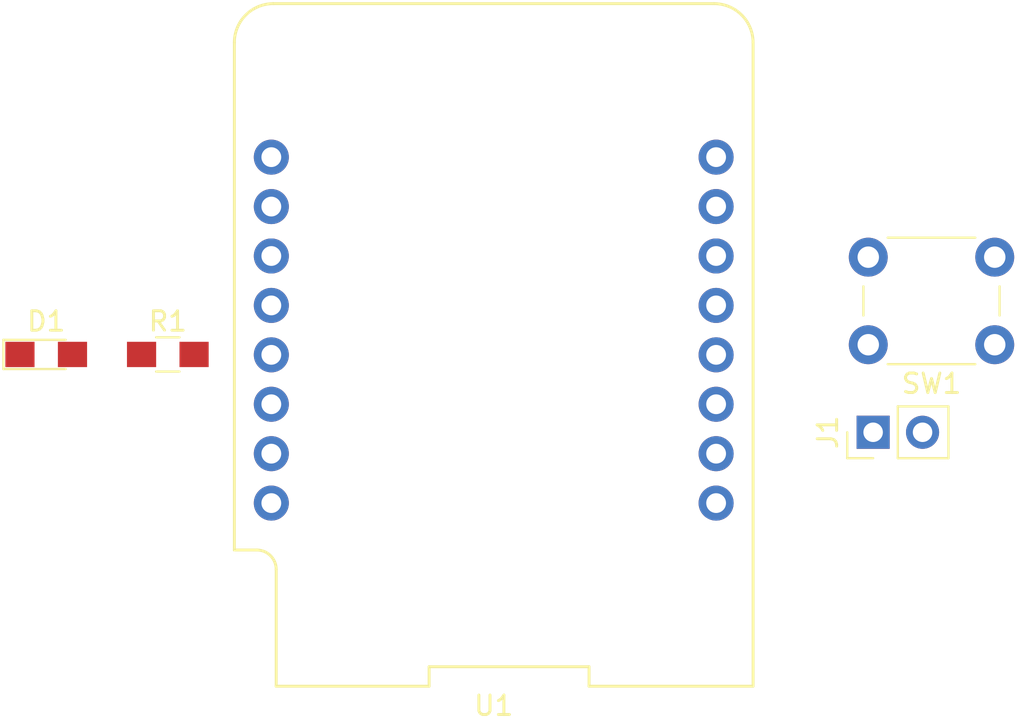
<source format=kicad_pcb>
(kicad_pcb (version 20171130) (host pcbnew "(5.1.0)-1")

  (general
    (thickness 1.6)
    (drawings 0)
    (tracks 0)
    (zones 0)
    (modules 5)
    (nets 18)
  )

  (page A4)
  (layers
    (0 F.Cu signal)
    (31 B.Cu signal)
    (32 B.Adhes user)
    (33 F.Adhes user)
    (34 B.Paste user)
    (35 F.Paste user)
    (36 B.SilkS user)
    (37 F.SilkS user)
    (38 B.Mask user)
    (39 F.Mask user)
    (40 Dwgs.User user)
    (41 Cmts.User user)
    (42 Eco1.User user)
    (43 Eco2.User user)
    (44 Edge.Cuts user)
    (45 Margin user)
    (46 B.CrtYd user)
    (47 F.CrtYd user)
    (48 B.Fab user)
    (49 F.Fab user)
  )

  (setup
    (last_trace_width 0.25)
    (trace_clearance 0.2)
    (zone_clearance 0.508)
    (zone_45_only no)
    (trace_min 0.2)
    (via_size 0.8)
    (via_drill 0.4)
    (via_min_size 0.4)
    (via_min_drill 0.3)
    (uvia_size 0.3)
    (uvia_drill 0.1)
    (uvias_allowed no)
    (uvia_min_size 0.2)
    (uvia_min_drill 0.1)
    (edge_width 0.05)
    (segment_width 0.2)
    (pcb_text_width 0.3)
    (pcb_text_size 1.5 1.5)
    (mod_edge_width 0.12)
    (mod_text_size 1 1)
    (mod_text_width 0.15)
    (pad_size 1.524 1.524)
    (pad_drill 0.762)
    (pad_to_mask_clearance 0.051)
    (solder_mask_min_width 0.25)
    (aux_axis_origin 0 0)
    (visible_elements 7FFFFFFF)
    (pcbplotparams
      (layerselection 0x010fc_ffffffff)
      (usegerberextensions false)
      (usegerberattributes false)
      (usegerberadvancedattributes false)
      (creategerberjobfile false)
      (excludeedgelayer true)
      (linewidth 0.100000)
      (plotframeref false)
      (viasonmask false)
      (mode 1)
      (useauxorigin false)
      (hpglpennumber 1)
      (hpglpenspeed 20)
      (hpglpendiameter 15.000000)
      (psnegative false)
      (psa4output false)
      (plotreference true)
      (plotvalue true)
      (plotinvisibletext false)
      (padsonsilk false)
      (subtractmaskfromsilk false)
      (outputformat 1)
      (mirror false)
      (drillshape 1)
      (scaleselection 1)
      (outputdirectory ""))
  )

  (net 0 "")
  (net 1 "Net-(U1-Pad8)")
  (net 2 "Net-(U1-Pad9)")
  (net 3 "Net-(U1-Pad7)")
  (net 4 "Net-(U1-Pad10)")
  (net 5 "Net-(U1-Pad11)")
  (net 6 "Net-(U1-Pad5)")
  (net 7 "Net-(U1-Pad12)")
  (net 8 "Net-(U1-Pad4)")
  (net 9 "Net-(U1-Pad14)")
  (net 10 "Net-(U1-Pad15)")
  (net 11 "Net-(SW1-Pad2)")
  (net 12 GND)
  (net 13 +5V)
  (net 14 +3V3)
  (net 15 "Net-(R1-Pad2)")
  (net 16 "Net-(D1-Pad2)")
  (net 17 "Net-(J1-Pad1)")

  (net_class Default "This is the default net class."
    (clearance 0.2)
    (trace_width 0.25)
    (via_dia 0.8)
    (via_drill 0.4)
    (uvia_dia 0.3)
    (uvia_drill 0.1)
    (add_net +3V3)
    (add_net +5V)
    (add_net GND)
    (add_net "Net-(D1-Pad2)")
    (add_net "Net-(J1-Pad1)")
    (add_net "Net-(R1-Pad2)")
    (add_net "Net-(SW1-Pad2)")
    (add_net "Net-(U1-Pad10)")
    (add_net "Net-(U1-Pad11)")
    (add_net "Net-(U1-Pad12)")
    (add_net "Net-(U1-Pad14)")
    (add_net "Net-(U1-Pad15)")
    (add_net "Net-(U1-Pad4)")
    (add_net "Net-(U1-Pad5)")
    (add_net "Net-(U1-Pad7)")
    (add_net "Net-(U1-Pad8)")
    (add_net "Net-(U1-Pad9)")
  )

  (module Pin_Headers:Pin_Header_Straight_1x02_Pitch2.54mm (layer F.Cu) (tedit 59650532) (tstamp 5CD478BD)
    (at 154.5 109.5 90)
    (descr "Through hole straight pin header, 1x02, 2.54mm pitch, single row")
    (tags "Through hole pin header THT 1x02 2.54mm single row")
    (path /5CD51ABF)
    (fp_text reference J1 (at 0 -2.33 90) (layer F.SilkS)
      (effects (font (size 1 1) (thickness 0.15)))
    )
    (fp_text value Conn_01x02_Female (at 0 4.87 90) (layer F.Fab)
      (effects (font (size 1 1) (thickness 0.15)))
    )
    (fp_line (start -0.635 -1.27) (end 1.27 -1.27) (layer F.Fab) (width 0.1))
    (fp_line (start 1.27 -1.27) (end 1.27 3.81) (layer F.Fab) (width 0.1))
    (fp_line (start 1.27 3.81) (end -1.27 3.81) (layer F.Fab) (width 0.1))
    (fp_line (start -1.27 3.81) (end -1.27 -0.635) (layer F.Fab) (width 0.1))
    (fp_line (start -1.27 -0.635) (end -0.635 -1.27) (layer F.Fab) (width 0.1))
    (fp_line (start -1.33 3.87) (end 1.33 3.87) (layer F.SilkS) (width 0.12))
    (fp_line (start -1.33 1.27) (end -1.33 3.87) (layer F.SilkS) (width 0.12))
    (fp_line (start 1.33 1.27) (end 1.33 3.87) (layer F.SilkS) (width 0.12))
    (fp_line (start -1.33 1.27) (end 1.33 1.27) (layer F.SilkS) (width 0.12))
    (fp_line (start -1.33 0) (end -1.33 -1.33) (layer F.SilkS) (width 0.12))
    (fp_line (start -1.33 -1.33) (end 0 -1.33) (layer F.SilkS) (width 0.12))
    (fp_line (start -1.8 -1.8) (end -1.8 4.35) (layer F.CrtYd) (width 0.05))
    (fp_line (start -1.8 4.35) (end 1.8 4.35) (layer F.CrtYd) (width 0.05))
    (fp_line (start 1.8 4.35) (end 1.8 -1.8) (layer F.CrtYd) (width 0.05))
    (fp_line (start 1.8 -1.8) (end -1.8 -1.8) (layer F.CrtYd) (width 0.05))
    (fp_text user %R (at 0 1.27 180) (layer F.Fab)
      (effects (font (size 1 1) (thickness 0.15)))
    )
    (pad 1 thru_hole rect (at 0 0 90) (size 1.7 1.7) (drill 1) (layers *.Cu *.Mask)
      (net 17 "Net-(J1-Pad1)"))
    (pad 2 thru_hole oval (at 0 2.54 90) (size 1.7 1.7) (drill 1) (layers *.Cu *.Mask)
      (net 12 GND))
    (model ${KISYS3DMOD}/Pin_Headers.3dshapes/Pin_Header_Straight_1x02_Pitch2.54mm.wrl
      (at (xyz 0 0 0))
      (scale (xyz 1 1 1))
      (rotate (xyz 0 0 0))
    )
  )

  (module Resistors_SMD:R_0805_HandSoldering (layer F.Cu) (tedit 58E0A804) (tstamp 5CD47679)
    (at 118.25 105.5)
    (descr "Resistor SMD 0805, hand soldering")
    (tags "resistor 0805")
    (path /5CD4DABA)
    (attr smd)
    (fp_text reference R1 (at 0 -1.7) (layer F.SilkS)
      (effects (font (size 1 1) (thickness 0.15)))
    )
    (fp_text value 512R (at 0 1.75) (layer F.Fab)
      (effects (font (size 1 1) (thickness 0.15)))
    )
    (fp_text user %R (at 0 0) (layer F.Fab)
      (effects (font (size 0.5 0.5) (thickness 0.075)))
    )
    (fp_line (start -1 0.62) (end -1 -0.62) (layer F.Fab) (width 0.1))
    (fp_line (start 1 0.62) (end -1 0.62) (layer F.Fab) (width 0.1))
    (fp_line (start 1 -0.62) (end 1 0.62) (layer F.Fab) (width 0.1))
    (fp_line (start -1 -0.62) (end 1 -0.62) (layer F.Fab) (width 0.1))
    (fp_line (start 0.6 0.88) (end -0.6 0.88) (layer F.SilkS) (width 0.12))
    (fp_line (start -0.6 -0.88) (end 0.6 -0.88) (layer F.SilkS) (width 0.12))
    (fp_line (start -2.35 -0.9) (end 2.35 -0.9) (layer F.CrtYd) (width 0.05))
    (fp_line (start -2.35 -0.9) (end -2.35 0.9) (layer F.CrtYd) (width 0.05))
    (fp_line (start 2.35 0.9) (end 2.35 -0.9) (layer F.CrtYd) (width 0.05))
    (fp_line (start 2.35 0.9) (end -2.35 0.9) (layer F.CrtYd) (width 0.05))
    (pad 1 smd rect (at -1.35 0) (size 1.5 1.3) (layers F.Cu F.Paste F.Mask)
      (net 16 "Net-(D1-Pad2)"))
    (pad 2 smd rect (at 1.35 0) (size 1.5 1.3) (layers F.Cu F.Paste F.Mask)
      (net 15 "Net-(R1-Pad2)"))
    (model ${KISYS3DMOD}/Resistors_SMD.3dshapes/R_0805.wrl
      (at (xyz 0 0 0))
      (scale (xyz 1 1 1))
      (rotate (xyz 0 0 0))
    )
  )

  (module LEDs:LED_0805_HandSoldering (layer F.Cu) (tedit 595FCA25) (tstamp 5CD474A4)
    (at 112 105.5)
    (descr "Resistor SMD 0805, hand soldering")
    (tags "resistor 0805")
    (path /5CD4CF59)
    (attr smd)
    (fp_text reference D1 (at 0 -1.7) (layer F.SilkS)
      (effects (font (size 1 1) (thickness 0.15)))
    )
    (fp_text value LED (at 0 1.75) (layer F.Fab)
      (effects (font (size 1 1) (thickness 0.15)))
    )
    (fp_line (start -0.4 -0.4) (end -0.4 0.4) (layer F.Fab) (width 0.1))
    (fp_line (start -0.4 0) (end 0.2 -0.4) (layer F.Fab) (width 0.1))
    (fp_line (start 0.2 0.4) (end -0.4 0) (layer F.Fab) (width 0.1))
    (fp_line (start 0.2 -0.4) (end 0.2 0.4) (layer F.Fab) (width 0.1))
    (fp_line (start -1 0.62) (end -1 -0.62) (layer F.Fab) (width 0.1))
    (fp_line (start 1 0.62) (end -1 0.62) (layer F.Fab) (width 0.1))
    (fp_line (start 1 -0.62) (end 1 0.62) (layer F.Fab) (width 0.1))
    (fp_line (start -1 -0.62) (end 1 -0.62) (layer F.Fab) (width 0.1))
    (fp_line (start 1 0.75) (end -2.2 0.75) (layer F.SilkS) (width 0.12))
    (fp_line (start -2.2 -0.75) (end 1 -0.75) (layer F.SilkS) (width 0.12))
    (fp_line (start -2.35 -0.9) (end 2.35 -0.9) (layer F.CrtYd) (width 0.05))
    (fp_line (start -2.35 -0.9) (end -2.35 0.9) (layer F.CrtYd) (width 0.05))
    (fp_line (start 2.35 0.9) (end 2.35 -0.9) (layer F.CrtYd) (width 0.05))
    (fp_line (start 2.35 0.9) (end -2.35 0.9) (layer F.CrtYd) (width 0.05))
    (fp_line (start -2.2 -0.75) (end -2.2 0.75) (layer F.SilkS) (width 0.12))
    (pad 1 smd rect (at -1.35 0) (size 1.5 1.3) (layers F.Cu F.Paste F.Mask)
      (net 12 GND))
    (pad 2 smd rect (at 1.35 0) (size 1.5 1.3) (layers F.Cu F.Paste F.Mask)
      (net 16 "Net-(D1-Pad2)"))
    (model ${KISYS3DMOD}/LEDs.3dshapes/LED_0805.wrl
      (at (xyz 0 0 0))
      (scale (xyz 1 1 1))
      (rotate (xyz 0 0 0))
    )
  )

  (module Buttons_Switches_THT:SW_PUSH_6mm (layer F.Cu) (tedit 5923F252) (tstamp 5CD4723C)
    (at 160.75 105 180)
    (descr https://www.omron.com/ecb/products/pdf/en-b3f.pdf)
    (tags "tact sw push 6mm")
    (path /5CD48DA7)
    (fp_text reference SW1 (at 3.25 -2 180) (layer F.SilkS)
      (effects (font (size 1 1) (thickness 0.15)))
    )
    (fp_text value SW_Push (at 3.75 6.7 180) (layer F.Fab)
      (effects (font (size 1 1) (thickness 0.15)))
    )
    (fp_text user %R (at 3.25 2.25 180) (layer F.Fab)
      (effects (font (size 1 1) (thickness 0.15)))
    )
    (fp_line (start 3.25 -0.75) (end 6.25 -0.75) (layer F.Fab) (width 0.1))
    (fp_line (start 6.25 -0.75) (end 6.25 5.25) (layer F.Fab) (width 0.1))
    (fp_line (start 6.25 5.25) (end 0.25 5.25) (layer F.Fab) (width 0.1))
    (fp_line (start 0.25 5.25) (end 0.25 -0.75) (layer F.Fab) (width 0.1))
    (fp_line (start 0.25 -0.75) (end 3.25 -0.75) (layer F.Fab) (width 0.1))
    (fp_line (start 7.75 6) (end 8 6) (layer F.CrtYd) (width 0.05))
    (fp_line (start 8 6) (end 8 5.75) (layer F.CrtYd) (width 0.05))
    (fp_line (start 7.75 -1.5) (end 8 -1.5) (layer F.CrtYd) (width 0.05))
    (fp_line (start 8 -1.5) (end 8 -1.25) (layer F.CrtYd) (width 0.05))
    (fp_line (start -1.5 -1.25) (end -1.5 -1.5) (layer F.CrtYd) (width 0.05))
    (fp_line (start -1.5 -1.5) (end -1.25 -1.5) (layer F.CrtYd) (width 0.05))
    (fp_line (start -1.5 5.75) (end -1.5 6) (layer F.CrtYd) (width 0.05))
    (fp_line (start -1.5 6) (end -1.25 6) (layer F.CrtYd) (width 0.05))
    (fp_line (start -1.25 -1.5) (end 7.75 -1.5) (layer F.CrtYd) (width 0.05))
    (fp_line (start -1.5 5.75) (end -1.5 -1.25) (layer F.CrtYd) (width 0.05))
    (fp_line (start 7.75 6) (end -1.25 6) (layer F.CrtYd) (width 0.05))
    (fp_line (start 8 -1.25) (end 8 5.75) (layer F.CrtYd) (width 0.05))
    (fp_line (start 1 5.5) (end 5.5 5.5) (layer F.SilkS) (width 0.12))
    (fp_line (start -0.25 1.5) (end -0.25 3) (layer F.SilkS) (width 0.12))
    (fp_line (start 5.5 -1) (end 1 -1) (layer F.SilkS) (width 0.12))
    (fp_line (start 6.75 3) (end 6.75 1.5) (layer F.SilkS) (width 0.12))
    (fp_circle (center 3.25 2.25) (end 1.25 2.5) (layer F.Fab) (width 0.1))
    (pad 2 thru_hole circle (at 0 4.5 270) (size 2 2) (drill 1.1) (layers *.Cu *.Mask)
      (net 11 "Net-(SW1-Pad2)"))
    (pad 1 thru_hole circle (at 0 0 270) (size 2 2) (drill 1.1) (layers *.Cu *.Mask)
      (net 12 GND))
    (pad 2 thru_hole circle (at 6.5 4.5 270) (size 2 2) (drill 1.1) (layers *.Cu *.Mask)
      (net 11 "Net-(SW1-Pad2)"))
    (pad 1 thru_hole circle (at 6.5 0 270) (size 2 2) (drill 1.1) (layers *.Cu *.Mask)
      (net 12 GND))
    (model ${KISYS3DMOD}/Buttons_Switches_THT.3dshapes/SW_PUSH_6mm.wrl
      (offset (xyz 0.1269999980926514 0 0))
      (scale (xyz 0.3937 0.3937 0.3937))
      (rotate (xyz 0 0 0))
    )
  )

  (module ESPControllerCircuit:wemos-d1-mini-with-pin-header (layer F.Cu) (tedit 58B56635) (tstamp 5CD46FCD)
    (at 135 104.25 90)
    (path /5CD4757A)
    (fp_text reference U1 (at -19.3 0 180) (layer F.SilkS)
      (effects (font (size 1 1) (thickness 0.15)))
    )
    (fp_text value WeMos_mini (at 0 0 90) (layer F.Fab)
      (effects (font (size 1 1) (thickness 0.15)))
    )
    (fp_arc (start -12.48 -12.33) (end -11.48 -12.33) (angle 90) (layer F.CrtYd) (width 0.05))
    (fp_line (start -18.46 -11.33) (end -12.48 -11.33) (layer F.CrtYd) (width 0.05))
    (fp_line (start -11.48 -13.5) (end -11.48 -12.33) (layer F.CrtYd) (width 0.05))
    (fp_line (start -11.3 -13.33) (end -11.3 -13.33) (layer F.SilkS) (width 0.15))
    (fp_line (start -11.3 -12.17) (end -11.3 -13.33) (layer F.SilkS) (width 0.15))
    (fp_arc (start -12.3 -12.18) (end -11.3 -12.18) (angle 90) (layer F.SilkS) (width 0.15))
    (fp_line (start -18.3 -11.18) (end -12.3 -11.18) (layer F.SilkS) (width 0.15))
    (fp_arc (start 14.94 -11.5) (end 14.85 -13.5) (angle 92.57657183) (layer F.CrtYd) (width 0.05))
    (fp_arc (start 14.94 11.5) (end 16.94 11.5) (angle 90) (layer F.CrtYd) (width 0.05))
    (fp_arc (start 14.78 11.33) (end 16.78 11.33) (angle 90) (layer F.SilkS) (width 0.15))
    (fp_arc (start 14.78 -11.33) (end 14.78 -13.33) (angle 90) (layer F.SilkS) (width 0.15))
    (fp_line (start -18.46 13.5) (end -18.46 -11.33) (layer F.CrtYd) (width 0.05))
    (fp_line (start 14.94 13.5) (end -18.46 13.5) (layer F.CrtYd) (width 0.05))
    (fp_line (start 16.94 -11.5) (end 16.94 11.5) (layer F.CrtYd) (width 0.05))
    (fp_line (start -11.48 -13.5) (end 14.85 -13.5) (layer F.CrtYd) (width 0.05))
    (fp_line (start -18.3 4.9) (end -18.3 13.329999) (layer F.SilkS) (width 0.15))
    (fp_line (start -17.3 4.9) (end -18.3 4.9) (layer F.SilkS) (width 0.15))
    (fp_line (start -17.3 -3.32) (end -17.3 4.9) (layer F.SilkS) (width 0.15))
    (fp_line (start -18.3 -3.32) (end -17.3 -3.32) (layer F.SilkS) (width 0.15))
    (fp_line (start -18.3 -11.18) (end -18.3 -3.32) (layer F.SilkS) (width 0.15))
    (fp_line (start 14.78 -13.33) (end -11.3 -13.33) (layer F.SilkS) (width 0.15))
    (fp_line (start 16.78 11.33) (end 16.78 -11.33) (layer F.SilkS) (width 0.15))
    (fp_line (start -18.3 13.33) (end 14.78 13.33) (layer F.SilkS) (width 0.15))
    (pad 8 thru_hole circle (at 8.89 11.43 90) (size 1.8 1.8) (drill 1.016) (layers *.Cu *.Mask)
      (net 1 "Net-(U1-Pad8)"))
    (pad 9 thru_hole circle (at 8.89 -11.43 90) (size 1.8 1.8) (drill 1.016) (layers *.Cu *.Mask)
      (net 2 "Net-(U1-Pad9)"))
    (pad 7 thru_hole circle (at 6.35 11.43 90) (size 1.8 1.8) (drill 1.016) (layers *.Cu *.Mask)
      (net 3 "Net-(U1-Pad7)"))
    (pad 10 thru_hole circle (at 6.35 -11.43 90) (size 1.8 1.8) (drill 1.016) (layers *.Cu *.Mask)
      (net 4 "Net-(U1-Pad10)"))
    (pad 6 thru_hole circle (at 3.81 11.43 90) (size 1.8 1.8) (drill 1.016) (layers *.Cu *.Mask)
      (net 11 "Net-(SW1-Pad2)"))
    (pad 11 thru_hole circle (at 3.81 -11.43 90) (size 1.8 1.8) (drill 1.016) (layers *.Cu *.Mask)
      (net 5 "Net-(U1-Pad11)"))
    (pad 5 thru_hole circle (at 1.27 11.43 90) (size 1.8 1.8) (drill 1.016) (layers *.Cu *.Mask)
      (net 6 "Net-(U1-Pad5)"))
    (pad 12 thru_hole circle (at 1.27 -11.43 90) (size 1.8 1.8) (drill 1.016) (layers *.Cu *.Mask)
      (net 7 "Net-(U1-Pad12)"))
    (pad 4 thru_hole circle (at -1.27 11.43 90) (size 1.8 1.8) (drill 1.016) (layers *.Cu *.Mask)
      (net 8 "Net-(U1-Pad4)"))
    (pad 13 thru_hole circle (at -1.27 -11.43 90) (size 1.8 1.8) (drill 1.016) (layers *.Cu *.Mask)
      (net 15 "Net-(R1-Pad2)"))
    (pad 3 thru_hole circle (at -3.81 11.43 90) (size 1.8 1.8) (drill 1.016) (layers *.Cu *.Mask)
      (net 17 "Net-(J1-Pad1)"))
    (pad 14 thru_hole circle (at -3.81 -11.43 90) (size 1.8 1.8) (drill 1.016) (layers *.Cu *.Mask)
      (net 9 "Net-(U1-Pad14)"))
    (pad 2 thru_hole circle (at -6.35 11.43 90) (size 1.8 1.8) (drill 1.016) (layers *.Cu *.Mask)
      (net 12 GND))
    (pad 15 thru_hole circle (at -6.35 -11.43 90) (size 1.8 1.8) (drill 1.016) (layers *.Cu *.Mask)
      (net 10 "Net-(U1-Pad15)"))
    (pad 1 thru_hole circle (at -8.89 11.43 90) (size 1.8 1.8) (drill 1.016) (layers *.Cu *.Mask)
      (net 13 +5V))
    (pad 16 thru_hole circle (at -8.89 -11.43 90) (size 1.8 1.8) (drill 1.016) (layers *.Cu *.Mask)
      (net 14 +3V3))
    (model ${KIPRJMOD}/3dshapes/wemos_d1_mini.3dshapes/d1_mini_shield.wrl
      (offset (xyz -17.89999973116897 -12.79999980776329 5.099999923405687))
      (scale (xyz 0.3937 0.3937 0.3937))
      (rotate (xyz 0 180 90))
    )
    (model ${KIPRJMOD}/3dshapes/wemos_d1_mini.3dshapes/TSW-108-05-G-S.wrl
      (offset (xyz 0 -11.39999982878918 2.599999960951919))
      (scale (xyz 0.3937 0.3937 0.3937))
      (rotate (xyz 90 0 0))
    )
    (model ${KIPRJMOD}/3dshapes/wemos_d1_mini.3dshapes/TSW-108-05-G-S.wrl
      (offset (xyz 0 11.39999982878918 2.599999960951919))
      (scale (xyz 0.3937 0.3937 0.3937))
      (rotate (xyz 90 0 0))
    )
  )

)

</source>
